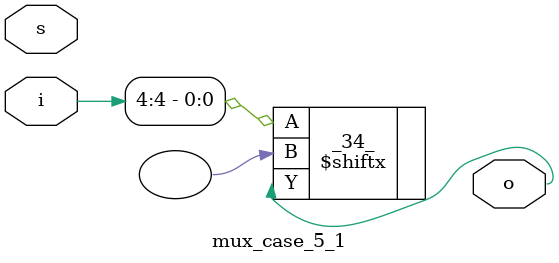
<source format=v>
module mux_case_5_1(i, s, o);
  input [4:0] i;
  output o;
  input [2:0] s;
  \$shiftx  #(
    .A_SIGNED(32'd0),
    .A_WIDTH(32'd1),
    .B_SIGNED(32'd0),
    .B_WIDTH(32'sd0),
    .Y_WIDTH(32'd1)
  ) _34_ (
    .A(i[4]),
    .B(),
    .Y(o)
  );
endmodule

</source>
